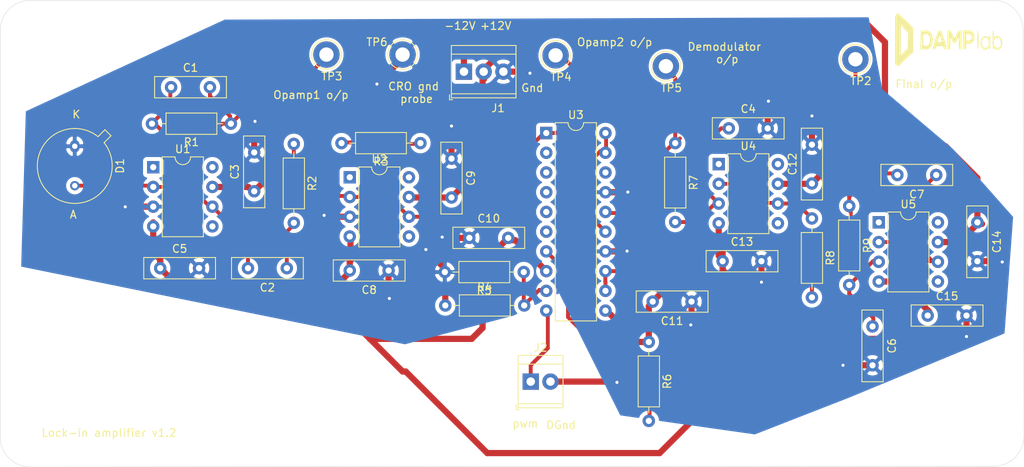
<source format=kicad_pcb>
(kicad_pcb (version 20171130) (host pcbnew "(5.1.2)-1")
  (layers (0 F.Cu signal) (31 B.Cu signal) (34 B.Paste user) (35 F.Paste user) (36 B.SilkS user) (37 F.SilkS user) (38 B.Mask user) (39 F.Mask user) (44 Edge.Cuts user))
  (net 0 "")
  (net 1 "Net-(C2-Pad1)")
  (net 2 -12V)
  (net 3 GND)
  (net 4 "Net-(C4-Pad1)")
  (net 5 +12V)
  (net 6 "Net-(C6-Pad1)")
  (net 7 "Net-(C7-Pad1)")
  (net 8 "Net-(C7-Pad2)")
  (net 9 "Net-(R4-Pad2)")
  (net 10 "Net-(R6-Pad2)")
  (net 11 "Net-(R7-Pad1)")
  (net 12 "Net-(R8-Pad1)")
  (net 13 "Net-(U2-Pad1)")
  (net 14 "Net-(U2-Pad5)")
  (net 15 "Net-(U2-Pad8)")
  (net 16 "Net-(U3-Pad2)")
  (net 17 "Net-(U3-Pad3)")
  (net 18 "Net-(U3-Pad4)")
  (net 19 "Net-(U3-Pad5)")
  (net 20 "Net-(U3-Pad6)")
  (net 21 "Net-(U3-Pad18)")
  (net 22 "Net-(U4-Pad8)")
  (net 23 "Net-(U4-Pad5)")
  (net 24 "Net-(U4-Pad1)")
  (net 25 "Net-(U5-Pad8)")
  (net 26 "Net-(U5-Pad5)")
  (net 27 "Net-(U5-Pad1)")
  (net 28 "Net-(C1-Pad1)")
  (net 29 "Net-(C1-Pad2)")
  (net 30 "Net-(U1-Pad1)")
  (net 31 "Net-(U1-Pad5)")
  (net 32 "Net-(U1-Pad8)")
  (net 33 "Net-(R2-Pad1)")
  (net 34 /pwm)
  (net 35 /demod_ip)
  (net 36 /Rf)
  (module Package_DIP:DIP-8_W7.62mm (layer F.Cu) (at 132.5 65.8)
    (fp_text reference U2 (at 3.81 -2.33) (layer F.SilkS))
    (fp_text value TL081)
    (pad 1 thru_hole rect (at 0 0) (size 1.6 1.6) (drill 0.8) (layers *.Cu *.Mask) (net 13 "Net-(U2-Pad1)"))
    (pad 5 thru_hole oval (at 7.62 7.62) (size 1.6 1.6) (drill 0.8) (layers *.Cu *.Mask) (net 14 "Net-(U2-Pad5)"))
    (pad 2 thru_hole oval (at 0 2.54) (size 1.6 1.6) (drill 0.8) (layers *.Cu *.Mask) (net 33 "Net-(R2-Pad1)"))
    (pad 6 thru_hole oval (at 7.62 5.08) (size 1.6 1.6) (drill 0.8) (layers *.Cu *.Mask) (net 35 /demod_ip))
    (pad 3 thru_hole oval (at 0 5.08) (size 1.6 1.6) (drill 0.8) (layers *.Cu *.Mask) (net 3 GND))
    (pad 7 thru_hole oval (at 7.62 2.54) (size 1.6 1.6) (drill 0.8) (layers *.Cu *.Mask) (net 5 +12V))
    (pad 4 thru_hole oval (at 0 7.62) (size 1.6 1.6) (drill 0.8) (layers *.Cu *.Mask) (net 2 -12V))
    (pad 8 thru_hole oval (at 7.62 0) (size 1.6 1.6) (drill 0.8) (layers *.Cu *.Mask) (net 15 "Net-(U2-Pad8)"))
  )
  (module Resistor_THT:R_Axial_DIN0207_L6.3mm_D2.5mm_P10.16mm_Horizontal (layer F.Cu) (at 125.3 61.5 270)
    (fp_text reference R2 (at 5.08 -2.37 90) (layer F.SilkS))
    (fp_text value 2.2k)
    (pad 1 thru_hole circle (at 0 0 270) (size 1.6 1.6) (drill 0.8) (layers *.Cu *.Mask) (net 33 "Net-(R2-Pad1)"))
    (pad 2 thru_hole oval (at 10.16 0 270) (size 1.6 1.6) (drill 0.8) (layers *.Cu *.Mask) (net 1 "Net-(C2-Pad1)"))
  )
  (module Resistor_THT:R_Axial_DIN0207_L6.3mm_D2.5mm_P10.16mm_Horizontal (layer F.Cu) (at 141.6 61.4 180)
    (fp_text reference R3 (at 5.08 -2.37) (layer F.SilkS))
    (fp_text value 220k)
    (pad 1 thru_hole circle (at 0 0 180) (size 1.6 1.6) (drill 0.8) (layers *.Cu *.Mask) (net 35 /demod_ip))
    (pad 2 thru_hole oval (at 10.16 0 180) (size 1.6 1.6) (drill 0.8) (layers *.Cu *.Mask) (net 33 "Net-(R2-Pad1)"))
  )
  (module Resistor_THT:R_Axial_DIN0207_L6.3mm_D2.5mm_P10.16mm_Horizontal (layer F.Cu) (at 144.8 82.3)
    (fp_text reference R4 (at 5.08 -2.37) (layer F.SilkS))
    (fp_text value 10k)
    (pad 1 thru_hole circle (at 0 0) (size 1.6 1.6) (drill 0.8) (layers *.Cu *.Mask) (net 5 +12V))
    (pad 2 thru_hole oval (at 10.16 0) (size 1.6 1.6) (drill 0.8) (layers *.Cu *.Mask) (net 9 "Net-(R4-Pad2)"))
  )
  (module Resistor_THT:R_Axial_DIN0207_L6.3mm_D2.5mm_P10.16mm_Horizontal (layer F.Cu) (at 154.9 78 180)
    (fp_text reference R5 (at 5.08 -2.37) (layer F.SilkS))
    (fp_text value 1k)
    (pad 2 thru_hole oval (at 10.16 0 180) (size 1.6 1.6) (drill 0.8) (layers *.Cu *.Mask) (net 3 GND))
    (pad 1 thru_hole circle (at 0 0 180) (size 1.6 1.6) (drill 0.8) (layers *.Cu *.Mask) (net 9 "Net-(R4-Pad2)"))
  )
  (module Resistor_THT:R_Axial_DIN0207_L6.3mm_D2.5mm_P10.16mm_Horizontal (layer F.Cu) (at 171 87 270)
    (fp_text reference R6 (at 5.08 -2.37 90) (layer F.SilkS))
    (fp_text value 10k)
    (pad 2 thru_hole oval (at 10.16 0 270) (size 1.6 1.6) (drill 0.8) (layers *.Cu *.Mask) (net 10 "Net-(R6-Pad2)"))
    (pad 1 thru_hole circle (at 0 0 270) (size 1.6 1.6) (drill 0.8) (layers *.Cu *.Mask) (net 5 +12V))
  )
  (module Resistor_THT:R_Axial_DIN0207_L6.3mm_D2.5mm_P10.16mm_Horizontal (layer F.Cu) (at 174.4 61.4 270)
    (fp_text reference R7 (at 5.08 -2.37 90) (layer F.SilkS))
    (fp_text value 72k)
    (pad 1 thru_hole circle (at 0 0 270) (size 1.6 1.6) (drill 0.8) (layers *.Cu *.Mask) (net 11 "Net-(R7-Pad1)"))
    (pad 2 thru_hole oval (at 10.16 0 270) (size 1.6 1.6) (drill 0.8) (layers *.Cu *.Mask) (net 4 "Net-(C4-Pad1)"))
  )
  (module Resistor_THT:R_Axial_DIN0207_L6.3mm_D2.5mm_P10.16mm_Horizontal (layer F.Cu) (at 192 71.1 270)
    (fp_text reference R8 (at 5.08 -2.37 90) (layer F.SilkS))
    (fp_text value 72k)
    (pad 2 thru_hole oval (at 10.16 0 270) (size 1.6 1.6) (drill 0.8) (layers *.Cu *.Mask) (net 8 "Net-(C7-Pad2)"))
    (pad 1 thru_hole circle (at 0 0 270) (size 1.6 1.6) (drill 0.8) (layers *.Cu *.Mask) (net 12 "Net-(R8-Pad1)"))
  )
  (module Resistor_THT:R_Axial_DIN0207_L6.3mm_D2.5mm_P10.16mm_Horizontal (layer F.Cu) (at 196.8 69.5 270)
    (fp_text reference R9 (at 5.08 -2.37 90) (layer F.SilkS))
    (fp_text value 72k)
    (pad 1 thru_hole circle (at 0 0 270) (size 1.6 1.6) (drill 0.8) (layers *.Cu *.Mask) (net 8 "Net-(C7-Pad2)"))
    (pad 2 thru_hole oval (at 10.16 0 270) (size 1.6 1.6) (drill 0.8) (layers *.Cu *.Mask) (net 6 "Net-(C6-Pad1)"))
  )
  (module TestPoint:TestPoint_Loop_D2.50mm_Drill1.85mm (layer F.Cu) (at 197.6 50.6)
    (fp_text reference TP2 (at 0.7 2.8) (layer F.SilkS))
    (fp_text value TestPoint)
    (pad 1 thru_hole circle (at 0 0) (size 3.4 3.4) (drill 1.85) (layers *.Cu *.Mask) (net 7 "Net-(C7-Pad1)"))
  )
  (module TestPoint:TestPoint_Loop_D2.50mm_Drill1.85mm (layer F.Cu) (at 159 50.1)
    (fp_text reference TP4 (at 0.7 2.8) (layer F.SilkS))
    (fp_text value TestPoint)
    (pad 1 thru_hole circle (at 0 0) (size 3.4 3.4) (drill 1.85) (layers *.Cu *.Mask) (net 35 /demod_ip))
  )
  (module TestPoint:TestPoint_Loop_D2.50mm_Drill1.85mm (layer F.Cu) (at 173.2 51.5)
    (fp_text reference TP5 (at 0.7 2.8) (layer F.SilkS))
    (fp_text value TestPoint)
    (pad 1 thru_hole circle (at 0 0) (size 3.4 3.4) (drill 1.85) (layers *.Cu *.Mask) (net 11 "Net-(R7-Pad1)"))
  )
  (module Package_DIP:DIP-20_W7.62mm (layer F.Cu) (at 157.8 60.1)
    (fp_text reference U3 (at 3.81 -2.33) (layer F.SilkS))
    (fp_text value AD630ARZ)
    (pad 1 thru_hole rect (at 0 0) (size 1.6 1.6) (drill 0.8) (layers *.Cu *.Mask) (net 35 /demod_ip))
    (pad 11 thru_hole oval (at 7.62 22.86) (size 1.6 1.6) (drill 0.8) (layers *.Cu *.Mask) (net 5 +12V))
    (pad 2 thru_hole oval (at 0 2.54) (size 1.6 1.6) (drill 0.8) (layers *.Cu *.Mask) (net 16 "Net-(U3-Pad2)"))
    (pad 12 thru_hole oval (at 7.62 20.32) (size 1.6 1.6) (drill 0.8) (layers *.Cu *.Mask) (net 11 "Net-(R7-Pad1)"))
    (pad 3 thru_hole oval (at 0 5.08) (size 1.6 1.6) (drill 0.8) (layers *.Cu *.Mask) (net 17 "Net-(U3-Pad3)"))
    (pad 13 thru_hole oval (at 7.62 17.78) (size 1.6 1.6) (drill 0.8) (layers *.Cu *.Mask) (net 11 "Net-(R7-Pad1)"))
    (pad 4 thru_hole oval (at 0 7.62) (size 1.6 1.6) (drill 0.8) (layers *.Cu *.Mask) (net 18 "Net-(U3-Pad4)"))
    (pad 14 thru_hole oval (at 7.62 15.24) (size 1.6 1.6) (drill 0.8) (layers *.Cu *.Mask) (net 3 GND))
    (pad 5 thru_hole oval (at 0 10.16) (size 1.6 1.6) (drill 0.8) (layers *.Cu *.Mask) (net 19 "Net-(U3-Pad5)"))
    (pad 15 thru_hole oval (at 7.62 12.7) (size 1.6 1.6) (drill 0.8) (layers *.Cu *.Mask) (net 36 /Rf))
    (pad 6 thru_hole oval (at 0 12.7) (size 1.6 1.6) (drill 0.8) (layers *.Cu *.Mask) (net 20 "Net-(U3-Pad6)"))
    (pad 16 thru_hole oval (at 7.62 10.16) (size 1.6 1.6) (drill 0.8) (layers *.Cu *.Mask) (net 35 /demod_ip))
    (pad 7 thru_hole oval (at 0 15.24) (size 1.6 1.6) (drill 0.8) (layers *.Cu *.Mask) (net 10 "Net-(R6-Pad2)"))
    (pad 17 thru_hole oval (at 7.62 7.62) (size 1.6 1.6) (drill 0.8) (layers *.Cu *.Mask) (net 3 GND))
    (pad 8 thru_hole oval (at 0 17.78) (size 1.6 1.6) (drill 0.8) (layers *.Cu *.Mask) (net 2 -12V))
    (pad 18 thru_hole oval (at 7.62 5.08) (size 1.6 1.6) (drill 0.8) (layers *.Cu *.Mask) (net 21 "Net-(U3-Pad18)"))
    (pad 9 thru_hole oval (at 0 20.32) (size 1.6 1.6) (drill 0.8) (layers *.Cu *.Mask) (net 9 "Net-(R4-Pad2)"))
    (pad 19 thru_hole oval (at 7.62 2.54) (size 1.6 1.6) (drill 0.8) (layers *.Cu *.Mask) (net 36 /Rf))
    (pad 10 thru_hole oval (at 0 22.86) (size 1.6 1.6) (drill 0.8) (layers *.Cu *.Mask) (net 34 /pwm))
    (pad 20 thru_hole oval (at 7.62 0) (size 1.6 1.6) (drill 0.8) (layers *.Cu *.Mask) (net 36 /Rf))
  )
  (module Package_DIP:DIP-8_W7.62mm (layer F.Cu) (at 180 64.1)
    (fp_text reference U4 (at 3.81 -2.33) (layer F.SilkS))
    (fp_text value TL081)
    (pad 8 thru_hole oval (at 7.62 0) (size 1.6 1.6) (drill 0.8) (layers *.Cu *.Mask) (net 22 "Net-(U4-Pad8)"))
    (pad 4 thru_hole oval (at 0 7.62) (size 1.6 1.6) (drill 0.8) (layers *.Cu *.Mask) (net 2 -12V))
    (pad 7 thru_hole oval (at 7.62 2.54) (size 1.6 1.6) (drill 0.8) (layers *.Cu *.Mask) (net 5 +12V))
    (pad 3 thru_hole oval (at 0 5.08) (size 1.6 1.6) (drill 0.8) (layers *.Cu *.Mask) (net 4 "Net-(C4-Pad1)"))
    (pad 6 thru_hole oval (at 7.62 5.08) (size 1.6 1.6) (drill 0.8) (layers *.Cu *.Mask) (net 12 "Net-(R8-Pad1)"))
    (pad 2 thru_hole oval (at 0 2.54) (size 1.6 1.6) (drill 0.8) (layers *.Cu *.Mask) (net 12 "Net-(R8-Pad1)"))
    (pad 5 thru_hole oval (at 7.62 7.62) (size 1.6 1.6) (drill 0.8) (layers *.Cu *.Mask) (net 23 "Net-(U4-Pad5)"))
    (pad 1 thru_hole rect (at 0 0) (size 1.6 1.6) (drill 0.8) (layers *.Cu *.Mask) (net 24 "Net-(U4-Pad1)"))
  )
  (module Package_DIP:DIP-8_W7.62mm (layer F.Cu) (at 200.6 71.6)
    (fp_text reference U5 (at 3.81 -2.33) (layer F.SilkS))
    (fp_text value TL081)
    (pad 8 thru_hole oval (at 7.62 0) (size 1.6 1.6) (drill 0.8) (layers *.Cu *.Mask) (net 25 "Net-(U5-Pad8)"))
    (pad 4 thru_hole oval (at 0 7.62) (size 1.6 1.6) (drill 0.8) (layers *.Cu *.Mask) (net 2 -12V))
    (pad 7 thru_hole oval (at 7.62 2.54) (size 1.6 1.6) (drill 0.8) (layers *.Cu *.Mask) (net 5 +12V))
    (pad 3 thru_hole oval (at 0 5.08) (size 1.6 1.6) (drill 0.8) (layers *.Cu *.Mask) (net 6 "Net-(C6-Pad1)"))
    (pad 6 thru_hole oval (at 7.62 5.08) (size 1.6 1.6) (drill 0.8) (layers *.Cu *.Mask) (net 7 "Net-(C7-Pad1)"))
    (pad 2 thru_hole oval (at 0 2.54) (size 1.6 1.6) (drill 0.8) (layers *.Cu *.Mask) (net 7 "Net-(C7-Pad1)"))
    (pad 5 thru_hole oval (at 7.62 7.62) (size 1.6 1.6) (drill 0.8) (layers *.Cu *.Mask) (net 26 "Net-(U5-Pad5)"))
    (pad 1 thru_hole rect (at 0 0) (size 1.6 1.6) (drill 0.8) (layers *.Cu *.Mask) (net 27 "Net-(U5-Pad1)"))
  )
  (module TestPoint:TestPoint_Loop_D2.50mm_Drill1.85mm (layer F.Cu) (at 139.3 50)
    (fp_text reference TP6 (at -3.3 -1.6) (layer F.SilkS))
    (fp_text value TestPoint)
    (pad 1 thru_hole circle (at 0 0) (size 3.4 3.4) (drill 1.85) (layers *.Cu *.Mask) (net 3 GND))
  )
  (module Capacitor_THT:C_Disc_D9.0mm_W2.5mm_P5.00mm (layer F.Cu) (at 124.4 77.5 180)
    (fp_text reference C2 (at 2.5 -2.5) (layer F.SilkS))
    (fp_text value 1u)
    (pad 2 thru_hole circle (at 5 0 180) (size 1.6 1.6) (drill 0.8) (layers *.Cu *.Mask) (net 29 "Net-(C1-Pad2)"))
    (pad 1 thru_hole circle (at 0 0 180) (size 1.6 1.6) (drill 0.8) (layers *.Cu *.Mask) (net 1 "Net-(C2-Pad1)"))
  )
  (module Capacitor_THT:C_Disc_D9.0mm_W2.5mm_P5.00mm (layer F.Cu) (at 181.3 59.5)
    (fp_text reference C4 (at 2.5 -2.5) (layer F.SilkS))
    (fp_text value 0.01u)
    (pad 2 thru_hole circle (at 5 0) (size 1.6 1.6) (drill 0.8) (layers *.Cu *.Mask) (net 3 GND))
    (pad 1 thru_hole circle (at 0 0) (size 1.6 1.6) (drill 0.8) (layers *.Cu *.Mask) (net 4 "Net-(C4-Pad1)"))
  )
  (module Capacitor_THT:C_Disc_D9.0mm_W2.5mm_P5.00mm (layer F.Cu) (at 199.8 85 270)
    (fp_text reference C6 (at 2.5 -2.5 90) (layer F.SilkS))
    (fp_text value 2n)
    (pad 2 thru_hole circle (at 5 0 270) (size 1.6 1.6) (drill 0.8) (layers *.Cu *.Mask) (net 3 GND))
    (pad 1 thru_hole circle (at 0 0 270) (size 1.6 1.6) (drill 0.8) (layers *.Cu *.Mask) (net 6 "Net-(C6-Pad1)"))
  )
  (module Capacitor_THT:C_Disc_D9.0mm_W2.5mm_P5.00mm (layer F.Cu) (at 208 65.5 180)
    (fp_text reference C7 (at 2.5 -2.5) (layer F.SilkS))
    (fp_text value 20n)
    (pad 1 thru_hole circle (at 0 0 180) (size 1.6 1.6) (drill 0.8) (layers *.Cu *.Mask) (net 7 "Net-(C7-Pad1)"))
    (pad 2 thru_hole circle (at 5 0 180) (size 1.6 1.6) (drill 0.8) (layers *.Cu *.Mask) (net 8 "Net-(C7-Pad2)"))
  )
  (module Capacitor_THT:C_Disc_D9.0mm_W2.5mm_P5.00mm (layer F.Cu) (at 137.5 77.8 180)
    (fp_text reference C8 (at 2.5 -2.5) (layer F.SilkS))
    (fp_text value 0.01u)
    (pad 1 thru_hole circle (at 0 0 180) (size 1.6 1.6) (drill 0.8) (layers *.Cu *.Mask) (net 3 GND))
    (pad 2 thru_hole circle (at 5 0 180) (size 1.6 1.6) (drill 0.8) (layers *.Cu *.Mask) (net 2 -12V))
  )
  (module Capacitor_THT:C_Disc_D9.0mm_W2.5mm_P5.00mm (layer F.Cu) (at 145.6 63.4 270)
    (fp_text reference C9 (at 2.5 -2.5 90) (layer F.SilkS))
    (fp_text value 0.01u)
    (pad 2 thru_hole circle (at 5 0 270) (size 1.6 1.6) (drill 0.8) (layers *.Cu *.Mask) (net 5 +12V))
    (pad 1 thru_hole circle (at 0 0 270) (size 1.6 1.6) (drill 0.8) (layers *.Cu *.Mask) (net 3 GND))
  )
  (module Capacitor_THT:C_Disc_D9.0mm_W2.5mm_P5.00mm (layer F.Cu) (at 147.9 73.6)
    (fp_text reference C10 (at 2.5 -2.5) (layer F.SilkS))
    (fp_text value 0.01u)
    (pad 2 thru_hole circle (at 5 0) (size 1.6 1.6) (drill 0.8) (layers *.Cu *.Mask) (net 2 -12V))
    (pad 1 thru_hole circle (at 0 0) (size 1.6 1.6) (drill 0.8) (layers *.Cu *.Mask) (net 3 GND))
  )
  (module Capacitor_THT:C_Disc_D9.0mm_W2.5mm_P5.00mm (layer F.Cu) (at 176.5 81.8 180)
    (fp_text reference C11 (at 2.5 -2.5) (layer F.SilkS))
    (fp_text value 0.01u)
    (pad 1 thru_hole circle (at 0 0 180) (size 1.6 1.6) (drill 0.8) (layers *.Cu *.Mask) (net 3 GND))
    (pad 2 thru_hole circle (at 5 0 180) (size 1.6 1.6) (drill 0.8) (layers *.Cu *.Mask) (net 5 +12V))
  )
  (module Capacitor_THT:C_Disc_D9.0mm_W2.5mm_P5.00mm (layer F.Cu) (at 192 66.6 90)
    (fp_text reference C12 (at 2.5 -2.5 90) (layer F.SilkS))
    (fp_text value 0.01u)
    (pad 1 thru_hole circle (at 0 0 90) (size 1.6 1.6) (drill 0.8) (layers *.Cu *.Mask) (net 5 +12V))
    (pad 2 thru_hole circle (at 5 0 90) (size 1.6 1.6) (drill 0.8) (layers *.Cu *.Mask) (net 3 GND))
  )
  (module Capacitor_THT:C_Disc_D9.0mm_W2.5mm_P5.00mm (layer F.Cu) (at 180.5 76.6)
    (fp_text reference C13 (at 2.5 -2.5) (layer F.SilkS))
    (fp_text value 0.01u)
    (pad 2 thru_hole circle (at 5 0) (size 1.6 1.6) (drill 0.8) (layers *.Cu *.Mask) (net 3 GND))
    (pad 1 thru_hole circle (at 0 0) (size 1.6 1.6) (drill 0.8) (layers *.Cu *.Mask) (net 2 -12V))
  )
  (module Capacitor_THT:C_Disc_D9.0mm_W2.5mm_P5.00mm (layer F.Cu) (at 213.3 71.6 270)
    (fp_text reference C14 (at 2.5 -2.5 90) (layer F.SilkS))
    (fp_text value 0.01u)
    (pad 1 thru_hole circle (at 0 0 270) (size 1.6 1.6) (drill 0.8) (layers *.Cu *.Mask) (net 5 +12V))
    (pad 2 thru_hole circle (at 5 0 270) (size 1.6 1.6) (drill 0.8) (layers *.Cu *.Mask) (net 3 GND))
  )
  (module Capacitor_THT:C_Disc_D9.0mm_W2.5mm_P5.00mm (layer F.Cu) (at 206.9 83.6)
    (fp_text reference C15 (at 2.5 -2.5) (layer F.SilkS))
    (fp_text value 0.01u)
    (pad 1 thru_hole circle (at 0 0) (size 1.6 1.6) (drill 0.8) (layers *.Cu *.Mask) (net 2 -12V))
    (pad 2 thru_hole circle (at 5 0) (size 1.6 1.6) (drill 0.8) (layers *.Cu *.Mask) (net 3 GND))
  )
  (module Capacitor_THT:C_Disc_D9.0mm_W2.5mm_P5.00mm (layer F.Cu) (at 109.5 54.2)
    (fp_text reference C1 (at 2.5 -2.5) (layer F.SilkS))
    (fp_text value 10p)
    (pad 1 thru_hole circle (at 0 0) (size 1.6 1.6) (drill 0.8) (layers *.Cu *.Mask) (net 28 "Net-(C1-Pad1)"))
    (pad 2 thru_hole circle (at 5 0) (size 1.6 1.6) (drill 0.8) (layers *.Cu *.Mask) (net 29 "Net-(C1-Pad2)"))
  )
  (module Capacitor_THT:C_Disc_D9.0mm_W2.5mm_P5.00mm (layer F.Cu) (at 120.2 67.6 90)
    (fp_text reference C3 (at 2.5 -2.5 90) (layer F.SilkS))
    (fp_text value 0.01u)
    (pad 1 thru_hole circle (at 0 0 90) (size 1.6 1.6) (drill 0.8) (layers *.Cu *.Mask) (net 5 +12V))
    (pad 2 thru_hole circle (at 5 0 90) (size 1.6 1.6) (drill 0.8) (layers *.Cu *.Mask) (net 3 GND))
  )
  (module Capacitor_THT:C_Disc_D9.0mm_W2.5mm_P5.00mm (layer F.Cu) (at 108.1 77.5)
    (fp_text reference C5 (at 2.5 -2.5) (layer F.SilkS))
    (fp_text value 0.01u)
    (pad 2 thru_hole circle (at 5 0) (size 1.6 1.6) (drill 0.8) (layers *.Cu *.Mask) (net 3 GND))
    (pad 1 thru_hole circle (at 0 0) (size 1.6 1.6) (drill 0.8) (layers *.Cu *.Mask) (net 2 -12V))
  )
  (module Package_TO_SOT_THT:TO-5-2_Window (layer F.Cu) (at 97.1 61.8 270)
    (fp_text reference D1 (at 2.54 -5.82 90) (layer F.SilkS))
    (fp_text value BPW21)
    (pad 1 thru_hole oval (at 0 0 270) (size 1.6 1.2) (drill 0.7) (layers *.Cu *.Mask) (net 3 GND))
    (pad 2 thru_hole oval (at 5.08 0 270) (size 1.2 1.2) (drill 0.7) (layers *.Cu *.Mask) (net 28 "Net-(C1-Pad1)"))
  )
  (module Resistor_THT:R_Axial_DIN0207_L6.3mm_D2.5mm_P10.16mm_Horizontal (layer F.Cu) (at 117.2 58.9 180)
    (fp_text reference R1 (at 5.08 -2.37) (layer F.SilkS))
    (fp_text value 1meg)
    (pad 1 thru_hole circle (at 0 0 180) (size 1.6 1.6) (drill 0.8) (layers *.Cu *.Mask) (net 29 "Net-(C1-Pad2)"))
    (pad 2 thru_hole oval (at 10.16 0 180) (size 1.6 1.6) (drill 0.8) (layers *.Cu *.Mask) (net 28 "Net-(C1-Pad1)"))
  )
  (module Package_DIP:DIP-8_W7.62mm (layer F.Cu) (at 107.2 64.5)
    (fp_text reference U1 (at 3.81 -2.33) (layer F.SilkS))
    (fp_text value TL081)
    (pad 1 thru_hole rect (at 0 0) (size 1.6 1.6) (drill 0.8) (layers *.Cu *.Mask) (net 30 "Net-(U1-Pad1)"))
    (pad 5 thru_hole oval (at 7.62 7.62) (size 1.6 1.6) (drill 0.8) (layers *.Cu *.Mask) (net 31 "Net-(U1-Pad5)"))
    (pad 2 thru_hole oval (at 0 2.54) (size 1.6 1.6) (drill 0.8) (layers *.Cu *.Mask) (net 28 "Net-(C1-Pad1)"))
    (pad 6 thru_hole oval (at 7.62 5.08) (size 1.6 1.6) (drill 0.8) (layers *.Cu *.Mask) (net 29 "Net-(C1-Pad2)"))
    (pad 3 thru_hole oval (at 0 5.08) (size 1.6 1.6) (drill 0.8) (layers *.Cu *.Mask) (net 3 GND))
    (pad 7 thru_hole oval (at 7.62 2.54) (size 1.6 1.6) (drill 0.8) (layers *.Cu *.Mask) (net 5 +12V))
    (pad 4 thru_hole oval (at 0 7.62) (size 1.6 1.6) (drill 0.8) (layers *.Cu *.Mask) (net 2 -12V))
    (pad 8 thru_hole oval (at 7.62 0) (size 1.6 1.6) (drill 0.8) (layers *.Cu *.Mask) (net 32 "Net-(U1-Pad8)"))
  )
  (module TestPoint:TestPoint_Loop_D2.50mm_Drill1.85mm (layer F.Cu) (at 129.5 50)
    (fp_text reference TP3 (at 0.7 2.8) (layer F.SilkS))
    (fp_text value TestPoint)
    (pad 1 thru_hole circle (at 0 0) (size 3.4 3.4) (drill 1.85) (layers *.Cu *.Mask) (net 29 "Net-(C1-Pad2)"))
  )
  (module TerminalBlock_TE-Connectivity:TerminalBlock_TE_282834-3_1x03_P2.54mm_Horizontal (layer F.Cu) (at 147.2 52.2)
    (fp_text reference J1 (at 4.4 4.7) (layer F.SilkS))
    (fp_text value Screw_Terminal_01x03)
    (pad 1 thru_hole rect (at 0 0) (size 2.1 2.1) (drill 1.1) (layers *.Cu *.Mask) (net 2 -12V))
    (pad 2 thru_hole circle (at 2.54 0) (size 2.1 2.1) (drill 1.1) (layers *.Cu *.Mask) (net 5 +12V))
    (pad 3 thru_hole circle (at 5.08 0) (size 2.1 2.1) (drill 1.1) (layers *.Cu *.Mask) (net 3 GND))
  )
  (module TerminalBlock_TE-Connectivity:TerminalBlock_TE_282834-2_1x02_P2.54mm_Horizontal (layer F.Cu) (at 155.8 92.1)
    (fp_text reference J2 (at 1.27 -4.37) (layer F.SilkS))
    (fp_text value Screw_Terminal_01x02)
    (pad 1 thru_hole rect (at 0 0) (size 2.1 2.1) (drill 1.1) (layers *.Cu *.Mask) (net 34 /pwm))
    (pad 2 thru_hole circle (at 2.54 0) (size 2.1 2.1) (drill 1.1) (layers *.Cu *.Mask) (net 3 GND))
  )
  (module rename:damp_logo (layer F.Cu) (at 209.6 48.1)
    (fp_text reference G1 hide)
    (fp_text value LOGO hide)
  )
  (gr_text "CRO gnd \nprobe" (at 141.1 54.9) (layer F.SilkS) (effects (font (size 1 1))))
  (gr_text "Final o/p" (at 206.4 53.8) (layer F.SilkS) (effects (font (size 1 1))))
  (gr_text "Demodulator \no/p" (at 181.1 49.8) (layer F.SilkS) (effects (font (size 1 1))))
  (gr_text "Opamp2 o/p" (at 166.6 48.4) (layer F.SilkS) (effects (font (size 1 1))))
  (gr_text "Opamp1 o/p" (at 127.5 55.2) (layer F.SilkS) (effects (font (size 1 1))))
  (gr_text DGnd (at 159.7 97.7) (layer F.SilkS) (effects (font (size 1 1))))
  (gr_text pwm (at 155.1 97.5) (layer F.SilkS) (effects (font (size 1 1))))
  (gr_text Gnd (at 156 54.3) (layer F.SilkS) (effects (font (size 1 1))))
  (gr_text +12V (at 151.3 46.3) (layer F.SilkS) (effects (font (size 1 1))))
  (gr_text -12V (at 146.7 46.3) (layer F.SilkS) (effects (font (size 1 1))))
  (gr_text K (at 97.3 57.7) (layer F.SilkS) (effects (font (size 1 1))))
  (gr_text A (at 96.9 70.6) (layer F.SilkS) (effects (font (size 1 1))))
  (gr_text "Lock-in amplifier v1.2" (at 101.5 98.7) (layer F.SilkS) (effects (font (size 1 1))))
  (gr_line (start 215.3 43) (end 91.4 43) (layer Edge.Cuts) (width 0.05))
  (gr_line (start 219.3 99.1) (end 219.2 46.9) (layer Edge.Cuts) (width 0.05))
  (gr_line (start 91.4 103.1) (end 215.4 103) (layer Edge.Cuts) (width 0.05))
  (gr_line (start 87.5 46.9) (end 87.5 99.2) (layer Edge.Cuts) (width 0.05))
  (gr_arc (start 215.3 46.9) (end 219.2 46.9) (angle -90) (layer Edge.Cuts) (width 0.05))
  (gr_arc (start 215.4 99.1) (end 215.4 103) (angle -90) (layer Edge.Cuts) (width 0.05))
  (gr_arc (start 91.4 99.2) (end 87.5 99.2) (angle -90) (layer Edge.Cuts) (width 0.05))
  (gr_arc (start 91.4 46.9) (end 91.4 43) (angle -90) (layer Edge.Cuts) (width 0.05))
  (segment (start 124.4 72.8) (end 125.6 71.6) (width 0.5) (layer F.Cu) (net 1))
  (segment (start 124.4 77.5) (end 124.4 72.8) (width 0.5) (layer F.Cu) (net 1))
  (segment (start 108.1 76.36863) (end 107.2 75.46863) (width 0.8) (layer F.Cu) (net 2))
  (segment (start 108.1 77.5) (end 108.1 76.36863) (width 0.8) (layer F.Cu) (net 2))
  (segment (start 107.2 75.46863) (end 107.2 71.6) (width 0.8) (layer F.Cu) (net 2))
  (segment (start 132.5 76.66863) (end 132.6 76.56863) (width 0.8) (layer F.Cu) (net 2))
  (segment (start 132.5 77.8) (end 132.5 76.66863) (width 0.8) (layer F.Cu) (net 2))
  (segment (start 132.6 76.56863) (end 132.6 73.3) (width 0.8) (layer F.Cu) (net 2))
  (segment (start 157.8 77.88) (end 153.82 73.9) (width 0.8) (layer F.Cu) (net 2))
  (segment (start 153.82 73.9) (end 153.1 73.9) (width 0.8) (layer F.Cu) (net 2))
  (segment (start 108.1 77.5) (end 108.1 74.9) (width 0.8) (layer F.Cu) (net 2))
  (segment (start 108.1 74.9) (end 111.5 71.5) (width 0.8) (layer F.Cu) (net 2))
  (segment (start 111.5 71.5) (end 111.5 52) (width 0.8) (layer F.Cu) (net 2))
  (segment (start 111.5 52) (end 117.2 46.3) (width 0.8) (layer F.Cu) (net 2))
  (segment (start 117.2 46.3) (end 143.3 46.3) (width 0.8) (layer F.Cu) (net 2))
  (segment (start 147.2 50.2) (end 147.2 52.2) (width 0.8) (layer F.Cu) (net 2))
  (segment (start 143.3 46.3) (end 147.2 50.2) (width 0.8) (layer F.Cu) (net 2))
  (segment (start 147.2 52.2) (end 147.3 52.3) (width 0.8) (layer F.Cu) (net 2))
  (segment (start 108.1 77.5) (end 110.9 80.3) (width 0.8) (layer F.Cu) (net 2))
  (segment (start 130.2 80.3) (end 132.6 77.9) (width 0.8) (layer F.Cu) (net 2))
  (segment (start 152.9 73.6) (end 149.6 76.9) (width 0.8) (layer F.Cu) (net 2))
  (segment (start 149.6 76.9) (end 149.6 85.2) (width 0.8) (layer F.Cu) (net 2))
  (segment (start 149.6 85.2) (end 148.2 86.6) (width 0.8) (layer F.Cu) (net 2))
  (segment (start 135.1 86.6) (end 128.8 80.3) (width 0.8) (layer F.Cu) (net 2))
  (segment (start 110.9 80.3) (end 128.8 80.3) (width 0.8) (layer F.Cu) (net 2))
  (segment (start 128.8 80.3) (end 130.2 80.3) (width 0.8) (layer F.Cu) (net 2))
  (segment (start 200.6 79.22) (end 203.22 79.22) (width 0.8) (layer F.Cu) (net 2))
  (segment (start 139.7 86.6) (end 135.1 86.6) (width 0.8) (layer F.Cu) (net 2))
  (segment (start 148.2 86.6) (end 139.7 86.6) (width 0.8) (layer F.Cu) (net 2))
  (segment (start 203.95 83.218002) (end 203.95 79.95) (width 0.8) (layer F.Cu) (net 2))
  (segment (start 200.568001 86.600001) (end 203.95 83.218002) (width 0.8) (layer F.Cu) (net 2))
  (segment (start 180.5 77.73137) (end 189.368631 86.600001) (width 0.8) (layer F.Cu) (net 2))
  (segment (start 180.5 76.6) (end 180.5 77.73137) (width 0.8) (layer F.Cu) (net 2))
  (segment (start 189.368631 86.600001) (end 200.568001 86.600001) (width 0.8) (layer F.Cu) (net 2))
  (segment (start 203.95 79.95) (end 207.1 83.1) (width 0.8) (layer F.Cu) (net 2))
  (segment (start 203.22 79.22) (end 203.95 79.95) (width 0.8) (layer F.Cu) (net 2))
  (segment (start 139.3 90.8) (end 135.1 86.6) (width 0.8) (layer F.Cu) (net 2))
  (segment (start 139.7 90.8) (end 139.3 90.8) (width 0.8) (layer F.Cu) (net 2))
  (segment (start 150.2 101.3) (end 139.7 90.8) (width 0.8) (layer F.Cu) (net 2))
  (segment (start 172.4 101.3) (end 150.2 101.3) (width 0.8) (layer F.Cu) (net 2))
  (segment (start 180.5 76.6) (end 180.5 93.2) (width 0.8) (layer F.Cu) (net 2))
  (segment (start 180.5 93.2) (end 172.4 101.3) (width 0.8) (layer F.Cu) (net 2))
  (segment (start 180.33137 75.3) (end 180 75.3) (width 0.8) (layer F.Cu) (net 2))
  (segment (start 180.5 75.46863) (end 180.33137 75.3) (width 0.8) (layer F.Cu) (net 2))
  (segment (start 180.5 76.6) (end 180.5 75.46863) (width 0.8) (layer F.Cu) (net 2))
  (segment (start 180 71.72) (end 180 75.3) (width 0.8) (layer F.Cu) (net 2))
  (segment (start 180 75.3) (end 180 75.9) (width 0.8) (layer F.Cu) (net 2))
  (via (at 103.6 69.6) (size 0.8) (drill 0.4) (layers F.Cu B.Cu) (net 3))
  (via (at 129.2 70.7) (size 0.8) (drill 0.4) (layers F.Cu B.Cu) (net 3))
  (via (at 145.6 59.2) (size 0.8) (drill 0.4) (layers F.Cu B.Cu) (net 3))
  (via (at 137.6 81.4) (size 0.8) (drill 0.4) (layers F.Cu B.Cu) (net 3))
  (via (at 144.4 73.5) (size 0.8) (drill 0.4) (layers F.Cu B.Cu) (net 3))
  (via (at 120.3 58.6) (size 0.8) (drill 0.4) (layers F.Cu B.Cu) (net 3))
  (via (at 176.4 84.8) (size 0.8) (drill 0.4) (layers F.Cu B.Cu) (net 3))
  (via (at 168.3 67.7) (size 0.8) (drill 0.4) (layers F.Cu B.Cu) (net 3))
  (via (at 168.2 75.3) (size 0.8) (drill 0.4) (layers F.Cu B.Cu) (net 3))
  (via (at 186.4 56) (size 0.8) (drill 0.4) (layers F.Cu B.Cu) (net 3))
  (via (at 192 57.9) (size 0.8) (drill 0.4) (layers F.Cu B.Cu) (net 3))
  (via (at 196 90) (size 0.8) (drill 0.4) (layers F.Cu B.Cu) (net 3))
  (via (at 211.9 86.3) (size 0.8) (drill 0.4) (layers F.Cu B.Cu) (net 3))
  (via (at 216.5 76.7) (size 0.8) (drill 0.4) (layers F.Cu B.Cu) (net 3))
  (via (at 155.7 52.4) (size 0.8) (drill 0.4) (layers F.Cu B.Cu) (net 3))
  (via (at 185.5 79.3) (size 0.8) (drill 0.4) (layers F.Cu B.Cu) (net 3))
  (segment (start 103.62 69.58) (end 103.6 69.6) (width 0.8) (layer F.Cu) (net 3))
  (segment (start 107.2 69.58) (end 103.62 69.58) (width 0.8) (layer F.Cu) (net 3))
  (segment (start 120.2 58.7) (end 120.3 58.6) (width 0.8) (layer F.Cu) (net 3))
  (segment (start 120.2 62.6) (end 120.2 58.7) (width 0.8) (layer F.Cu) (net 3))
  (segment (start 132.5 70.88) (end 129.08 70.88) (width 0.8) (layer F.Cu) (net 3))
  (segment (start 129.08 70.88) (end 128.8 70.6) (width 0.8) (layer F.Cu) (net 3))
  (segment (start 145.6 63.4) (end 145.6 59.2) (width 0.8) (layer F.Cu) (net 3))
  (segment (start 144.5 73.6) (end 144.4 73.5) (width 0.8) (layer F.Cu) (net 3))
  (segment (start 147.9 73.6) (end 144.5 73.6) (width 0.8) (layer F.Cu) (net 3))
  (segment (start 137.5 81.3) (end 137.6 81.4) (width 0.8) (layer F.Cu) (net 3))
  (segment (start 137.5 77.8) (end 137.5 81.3) (width 0.8) (layer F.Cu) (net 3))
  (segment (start 168.28 67.72) (end 168.3 67.7) (width 0.8) (layer F.Cu) (net 3))
  (segment (start 165.42 67.72) (end 168.28 67.72) (width 0.8) (layer F.Cu) (net 3))
  (segment (start 168.16 75.34) (end 168.2 75.3) (width 0.8) (layer F.Cu) (net 3))
  (segment (start 165.42 75.34) (end 168.16 75.34) (width 0.8) (layer F.Cu) (net 3))
  (segment (start 176.5 84.7) (end 176.4 84.8) (width 0.8) (layer F.Cu) (net 3))
  (segment (start 176.5 81.8) (end 176.5 84.7) (width 0.8) (layer F.Cu) (net 3))
  (segment (start 185.5 76.6) (end 185.5 79.3) (width 0.8) (layer F.Cu) (net 3))
  (segment (start 186.3 56.1) (end 186.4 56) (width 0.8) (layer F.Cu) (net 3))
  (segment (start 186.3 59.5) (end 186.3 56.1) (width 0.8) (layer F.Cu) (net 3))
  (segment (start 192 61.6) (end 192 57.9) (width 0.8) (layer F.Cu) (net 3))
  (segment (start 199.8 90) (end 196 90) (width 0.8) (layer F.Cu) (net 3))
  (segment (start 211.9 83.6) (end 211.9 86.3) (width 0.8) (layer F.Cu) (net 3))
  (segment (start 216.4 76.6) (end 216.5 76.7) (width 0.8) (layer F.Cu) (net 3))
  (segment (start 213.3 76.6) (end 216.4 76.6) (width 0.8) (layer F.Cu) (net 3))
  (segment (start 155.5 52.2) (end 155.7 52.4) (width 0.8) (layer F.Cu) (net 3))
  (segment (start 152.28 52.2) (end 155.5 52.2) (width 0.8) (layer F.Cu) (net 3))
  (via (at 136 53.8) (size 0.8) (drill 0.4) (layers F.Cu B.Cu) (net 3))
  (segment (start 139.3 50.5) (end 136 53.8) (width 0.8) (layer F.Cu) (net 3))
  (segment (start 139.3 50) (end 139.3 50.5) (width 0.8) (layer F.Cu) (net 3))
  (via (at 142.3 75.1) (size 0.8) (drill 0.4) (layers F.Cu B.Cu) (net 3))
  (segment (start 144.74 77.54) (end 142.3 75.1) (width 0.8) (layer F.Cu) (net 3))
  (segment (start 144.74 78) (end 144.74 77.54) (width 0.8) (layer F.Cu) (net 3))
  (via (at 166.9 92.2) (size 0.8) (drill 0.4) (layers F.Cu B.Cu) (net 3))
  (segment (start 166.8 92.1) (end 166.9 92.2) (width 0.8) (layer F.Cu) (net 3))
  (segment (start 158.34 92.1) (end 166.8 92.1) (width 0.8) (layer F.Cu) (net 3))
  (segment (start 180 69.18) (end 178 67.18) (width 0.5) (layer F.Cu) (net 4))
  (segment (start 178 67.18) (end 178 61.8) (width 0.5) (layer F.Cu) (net 4))
  (segment (start 178 61.8) (end 180.3 59.5) (width 0.5) (layer F.Cu) (net 4))
  (segment (start 180.3 59.5) (end 181.4 59.5) (width 0.5) (layer F.Cu) (net 4))
  (segment (start 174.4 71.56) (end 177.14 71.56) (width 0.5) (layer F.Cu) (net 4))
  (segment (start 177.14 71.56) (end 179.6 69.1) (width 0.5) (layer F.Cu) (net 4))
  (segment (start 114.82 67.04) (end 119.44 67.04) (width 0.8) (layer F.Cu) (net 5))
  (segment (start 119.44 67.04) (end 120.1 67.7) (width 0.8) (layer F.Cu) (net 5))
  (segment (start 145.6 68.4) (end 140.4 68.4) (width 0.8) (layer F.Cu) (net 5))
  (segment (start 140.4 68.4) (end 140.1 68.1) (width 0.8) (layer F.Cu) (net 5))
  (segment (start 120.2 67.6) (end 122.3 65.5) (width 0.8) (layer F.Cu) (net 5))
  (segment (start 122.3 65.5) (end 122.3 60.3) (width 0.8) (layer F.Cu) (net 5))
  (segment (start 122.3 60.3) (end 125.2 57.4) (width 0.8) (layer F.Cu) (net 5))
  (segment (start 149.8 53.140002) (end 149.8 51.7) (width 0.8) (layer F.Cu) (net 5))
  (segment (start 145.540002 57.4) (end 147 57.4) (width 0.8) (layer F.Cu) (net 5))
  (segment (start 149.6 54.8) (end 149.6 52.2) (width 0.8) (layer F.Cu) (net 5))
  (segment (start 145.6 68.4) (end 149.1 64.9) (width 0.8) (layer F.Cu) (net 5))
  (segment (start 149.1 56.3) (end 148.6 55.8) (width 0.8) (layer F.Cu) (net 5))
  (segment (start 149.1 64.9) (end 149.1 56.3) (width 0.8) (layer F.Cu) (net 5))
  (segment (start 147 57.4) (end 148.6 55.8) (width 0.8) (layer F.Cu) (net 5))
  (segment (start 148.6 55.8) (end 149.6 54.8) (width 0.8) (layer F.Cu) (net 5))
  (segment (start 187.62 66.64) (end 191.96 66.64) (width 0.8) (layer F.Cu) (net 5))
  (segment (start 155 46.7) (end 149.7 52) (width 0.8) (layer F.Cu) (net 5))
  (segment (start 208.22 74.14) (end 210.96 74.14) (width 0.8) (layer F.Cu) (net 5))
  (segment (start 186.55 47.35) (end 185.9 46.7) (width 0.8) (layer F.Cu) (net 5))
  (segment (start 195.099999 63.500001) (end 195.099999 60.100001) (width 0.8) (layer F.Cu) (net 5))
  (segment (start 195.099999 60.100001) (end 195.099999 55.899999) (width 0.8) (layer F.Cu) (net 5))
  (segment (start 188.7 49.5) (end 192.2 49.5) (width 0.8) (layer F.Cu) (net 5))
  (segment (start 188.7 49.5) (end 186.55 47.35) (width 0.8) (layer F.Cu) (net 5))
  (segment (start 192.2 49.5) (end 195.7 46) (width 0.8) (layer F.Cu) (net 5))
  (segment (start 195.7 46) (end 199 46) (width 0.8) (layer F.Cu) (net 5))
  (segment (start 199 46) (end 201.4 48.4) (width 0.8) (layer F.Cu) (net 5))
  (segment (start 201.4 48.4) (end 201.4 54.3) (width 0.8) (layer F.Cu) (net 5))
  (segment (start 201.4 54.3) (end 201.4 60.4) (width 0.8) (layer F.Cu) (net 5))
  (segment (start 201.4 60.4) (end 202.9 61.9) (width 0.8) (layer F.Cu) (net 5))
  (segment (start 202.9 61.9) (end 203 61.8) (width 0.8) (layer F.Cu) (net 5))
  (segment (start 203 61.8) (end 209.2 61.8) (width 0.8) (layer F.Cu) (net 5))
  (segment (start 213.3 65.9) (end 213.3 71.2) (width 0.8) (layer F.Cu) (net 5))
  (segment (start 213.3 71.2) (end 213.9 71.8) (width 0.8) (layer F.Cu) (net 5))
  (segment (start 211.5 73.6) (end 213.5 71.6) (width 0.8) (layer F.Cu) (net 5))
  (segment (start 210.96 74.14) (end 211.5 73.6) (width 0.8) (layer F.Cu) (net 5))
  (segment (start 209.2 61.8) (end 212.7 65.3) (width 0.8) (layer F.Cu) (net 5))
  (segment (start 212.7 65.3) (end 213.3 65.9) (width 0.8) (layer F.Cu) (net 5))
  (segment (start 171 87) (end 169.6 87) (width 0.8) (layer F.Cu) (net 5))
  (segment (start 169.6 87) (end 165.5 82.9) (width 0.8) (layer F.Cu) (net 5))
  (segment (start 194.6 64) (end 195.099999 63.500001) (width 0.8) (layer F.Cu) (net 5))
  (segment (start 192 66.6) (end 194.6 64) (width 0.8) (layer F.Cu) (net 5))
  (segment (start 144.8 82.3) (end 144.8 80.7) (width 0.8) (layer F.Cu) (net 5))
  (segment (start 144.8 80.7) (end 136.4 72.3) (width 0.8) (layer F.Cu) (net 5))
  (segment (start 136.4 57.7) (end 136.1 57.4) (width 0.8) (layer F.Cu) (net 5))
  (segment (start 136.4 72.3) (end 136.4 57.7) (width 0.8) (layer F.Cu) (net 5))
  (segment (start 125.2 57.4) (end 136.1 57.4) (width 0.8) (layer F.Cu) (net 5))
  (segment (start 136.1 57.4) (end 145.540002 57.4) (width 0.8) (layer F.Cu) (net 5))
  (segment (start 171 87) (end 171 82.4) (width 0.8) (layer F.Cu) (net 5))
  (segment (start 171 82.4) (end 171.8 81.6) (width 0.8) (layer F.Cu) (net 5))
  (segment (start 171.5 81.8) (end 172.6 80.7) (width 0.8) (layer F.Cu) (net 5))
  (segment (start 172.6 80.7) (end 172.6 67.2) (width 0.8) (layer F.Cu) (net 5))
  (segment (start 172.6 67.2) (end 176.94999 62.85001) (width 0.8) (layer F.Cu) (net 5))
  (segment (start 185.9 46.7) (end 185.1 46.7) (width 0.8) (layer F.Cu) (net 5))
  (segment (start 185.1 46.7) (end 155 46.7) (width 0.8) (layer F.Cu) (net 5))
  (segment (start 176.94999 62.85001) (end 176.94999 58.45001) (width 0.8) (layer F.Cu) (net 5))
  (segment (start 183.75 51.65) (end 190.85 51.65) (width 0.8) (layer F.Cu) (net 5))
  (segment (start 176.94999 58.45001) (end 183.75 51.65) (width 0.8) (layer F.Cu) (net 5))
  (segment (start 195.099999 55.899999) (end 190.85 51.65) (width 0.8) (layer F.Cu) (net 5))
  (segment (start 190.85 51.65) (end 188.7 49.5) (width 0.8) (layer F.Cu) (net 5))
  (segment (start 196.8 79.66) (end 199.86 76.6) (width 0.5) (layer F.Cu) (net 6))
  (segment (start 199.86 76.6) (end 200.5 76.6) (width 0.5) (layer F.Cu) (net 6))
  (segment (start 196.8 80.79137) (end 199.9 83.89137) (width 0.5) (layer F.Cu) (net 6))
  (segment (start 196.8 79.66) (end 196.8 80.79137) (width 0.5) (layer F.Cu) (net 6))
  (segment (start 199.9 83.89137) (end 199.9 84.9) (width 0.5) (layer F.Cu) (net 6))
  (segment (start 200.6 74.14) (end 202.94 74.14) (width 0.5) (layer F.Cu) (net 7))
  (segment (start 202.94 74.14) (end 205.4 76.6) (width 0.5) (layer F.Cu) (net 7))
  (segment (start 204.5 73.6) (end 207.5 76.6) (width 0.5) (layer F.Cu) (net 7))
  (segment (start 204.5 69) (end 204.5 73.6) (width 0.5) (layer F.Cu) (net 7))
  (segment (start 205.4 76.6) (end 207.5 76.6) (width 0.5) (layer F.Cu) (net 7))
  (segment (start 207.5 76.6) (end 208.4 76.6) (width 0.5) (layer F.Cu) (net 7))
  (segment (start 197.6 50.6) (end 197.6 60) (width 0.5) (layer F.Cu) (net 7))
  (segment (start 197.6 60) (end 201.2 63.6) (width 0.5) (layer F.Cu) (net 7))
  (segment (start 201.2 63.6) (end 204.5 63.6) (width 0.5) (layer F.Cu) (net 7))
  (segment (start 204.5 63.6) (end 205.6 64.7) (width 0.5) (layer F.Cu) (net 7))
  (segment (start 205.6 67.6) (end 205.75 67.75) (width 0.5) (layer F.Cu) (net 7))
  (segment (start 205.6 64.7) (end 205.6 67.6) (width 0.5) (layer F.Cu) (net 7))
  (segment (start 208 65.5) (end 205.75 67.75) (width 0.5) (layer F.Cu) (net 7))
  (segment (start 205.75 67.75) (end 204.5 69) (width 0.5) (layer F.Cu) (net 7))
  (segment (start 192 81.26) (end 192 76.1) (width 0.5) (layer F.Cu) (net 8))
  (segment (start 192 76.1) (end 197 71.1) (width 0.5) (layer F.Cu) (net 8))
  (segment (start 197 71.1) (end 197 69.7) (width 0.5) (layer F.Cu) (net 8))
  (segment (start 196.8 69.5) (end 196.8 68.3) (width 0.5) (layer F.Cu) (net 8))
  (segment (start 196.8 68.3) (end 199.8 65.3) (width 0.5) (layer F.Cu) (net 8))
  (segment (start 199.8 65.3) (end 203 65.3) (width 0.5) (layer F.Cu) (net 8))
  (segment (start 154.9 78) (end 154.9 82.3) (width 0.5) (layer F.Cu) (net 9))
  (segment (start 154.9 82.3) (end 156.9 80.3) (width 0.5) (layer F.Cu) (net 9))
  (segment (start 156.9 80.3) (end 157.9 80.3) (width 0.5) (layer F.Cu) (net 9))
  (segment (start 160.6 78.14) (end 160.6 83.8) (width 0.5) (layer F.Cu) (net 10))
  (segment (start 157.8 75.34) (end 160.6 78.14) (width 0.5) (layer F.Cu) (net 10))
  (segment (start 160.6 83.8) (end 171.1 94.3) (width 0.5) (layer F.Cu) (net 10))
  (segment (start 171.1 94.3) (end 171.1 97) (width 0.5) (layer F.Cu) (net 10))
  (segment (start 165.42 79.28863) (end 165.4 79.26863) (width 0.5) (layer F.Cu) (net 11))
  (segment (start 165.42 80.42) (end 165.42 79.28863) (width 0.5) (layer F.Cu) (net 11))
  (segment (start 165.4 79.26863) (end 165.4 77.7) (width 0.5) (layer F.Cu) (net 11))
  (segment (start 174.6 61.2) (end 175 60.8) (width 0.5) (layer F.Cu) (net 11))
  (segment (start 167.026002 77.88) (end 168.006002 76.9) (width 0.5) (layer F.Cu) (net 11))
  (segment (start 165.42 77.88) (end 167.026002 77.88) (width 0.5) (layer F.Cu) (net 11))
  (segment (start 168.006002 76.9) (end 168.9 76.9) (width 0.5) (layer F.Cu) (net 11))
  (segment (start 168.9 76.9) (end 171.1 74.7) (width 0.5) (layer F.Cu) (net 11))
  (segment (start 171.1 74.7) (end 171.1 64.5) (width 0.5) (layer F.Cu) (net 11))
  (segment (start 171.1 64.5) (end 174.5 61.1) (width 0.5) (layer F.Cu) (net 11))
  (segment (start 174.4 61.4) (end 174.4 53) (width 0.5) (layer F.Cu) (net 11))
  (segment (start 174.4 53) (end 173.2 51.8) (width 0.5) (layer F.Cu) (net 11))
  (segment (start 180 66.64) (end 183.54 66.64) (width 0.5) (layer F.Cu) (net 12))
  (segment (start 183.54 66.64) (end 186 69.1) (width 0.5) (layer F.Cu) (net 12))
  (segment (start 186 69.1) (end 187.7 69.1) (width 0.5) (layer F.Cu) (net 12))
  (segment (start 190.08 69.18) (end 192.1 71.2) (width 0.5) (layer F.Cu) (net 12))
  (segment (start 187.62 69.18) (end 190.08 69.18) (width 0.5) (layer F.Cu) (net 12))
  (segment (start 192.1 71.2) (end 192.2 71.2) (width 0.5) (layer F.Cu) (net 12))
  (segment (start 97.1 66.88) (end 107.18 66.88) (width 0.5) (layer F.Cu) (net 28))
  (segment (start 107.18 66.88) (end 107.4 67.1) (width 0.5) (layer F.Cu) (net 28))
  (segment (start 107.2 67.04) (end 108.96 67.04) (width 0.5) (layer F.Cu) (net 28))
  (segment (start 108.96 67.04) (end 110.1 65.9) (width 0.5) (layer F.Cu) (net 28))
  (segment (start 110.1 65.9) (end 110.1 61.6) (width 0.5) (layer F.Cu) (net 28))
  (segment (start 110.1 61.6) (end 107.2 58.7) (width 0.5) (layer F.Cu) (net 28))
  (segment (start 107.2 58.7) (end 109.4 56.5) (width 0.5) (layer F.Cu) (net 28))
  (segment (start 109.4 56.5) (end 109.4 53.9) (width 0.5) (layer F.Cu) (net 28))
  (segment (start 114.5 55.33137) (end 117.1 57.93137) (width 0.5) (layer F.Cu) (net 29))
  (segment (start 114.5 54.2) (end 114.5 55.33137) (width 0.5) (layer F.Cu) (net 29))
  (segment (start 117.1 57.93137) (end 117.1 58.8) (width 0.5) (layer F.Cu) (net 29))
  (segment (start 116.06863 58.9) (end 112.8 62.16863) (width 0.5) (layer F.Cu) (net 29))
  (segment (start 117.2 58.9) (end 116.06863 58.9) (width 0.5) (layer F.Cu) (net 29))
  (segment (start 112.8 62.16863) (end 112.8 67.9) (width 0.5) (layer F.Cu) (net 29))
  (segment (start 112.8 67.9) (end 114.7 69.8) (width 0.5) (layer F.Cu) (net 29))
  (segment (start 114.82 69.58) (end 119.4 74.16) (width 0.5) (layer F.Cu) (net 29))
  (segment (start 119.4 76.36863) (end 119.4 77.5) (width 0.5) (layer F.Cu) (net 29))
  (segment (start 119.4 74.16) (end 119.4 76.36863) (width 0.5) (layer F.Cu) (net 29))
  (segment (start 124.3 51.8) (end 128 51.8) (width 0.5) (layer F.Cu) (net 29))
  (segment (start 117.2 58.9) (end 124.3 51.8) (width 0.5) (layer F.Cu) (net 29))
  (segment (start 128 51.8) (end 129.9 49.9) (width 0.5) (layer F.Cu) (net 29))
  (segment (start 125.3 61.5) (end 125.3 65.3) (width 0.5) (layer F.Cu) (net 33))
  (segment (start 125.3 65.3) (end 128.2 68.2) (width 0.5) (layer F.Cu) (net 33))
  (segment (start 128.2 68.2) (end 132.4 68.2) (width 0.5) (layer F.Cu) (net 33))
  (segment (start 133.63137 68.34) (end 134.9 67.07137) (width 0.5) (layer F.Cu) (net 33))
  (segment (start 132.5 68.34) (end 133.63137 68.34) (width 0.5) (layer F.Cu) (net 33))
  (segment (start 134.9 67.07137) (end 134.9 63.1) (width 0.5) (layer F.Cu) (net 33))
  (segment (start 134.9 63.1) (end 133.1 61.3) (width 0.5) (layer F.Cu) (net 33))
  (segment (start 133.1 61.3) (end 131.5 61.3) (width 0.5) (layer F.Cu) (net 33))
  (segment (start 155.8 92.1) (end 155.8 90) (width 0.5) (layer F.Cu) (net 34))
  (segment (start 155.8 90) (end 158 87.8) (width 0.5) (layer F.Cu) (net 34))
  (segment (start 158 87.8) (end 158 82.6) (width 0.5) (layer F.Cu) (net 34))
  (segment (start 138.669999 69.429999) (end 138.669999 69.369999) (width 0.5) (layer F.Cu) (net 35))
  (segment (start 140.12 70.88) (end 138.669999 69.429999) (width 0.5) (layer F.Cu) (net 35))
  (segment (start 138.669999 69.369999) (end 137.7 68.4) (width 0.5) (layer F.Cu) (net 35))
  (segment (start 137.7 68.4) (end 137.7 63.2) (width 0.5) (layer F.Cu) (net 35))
  (segment (start 137.7 63.2) (end 139.4 61.5) (width 0.5) (layer F.Cu) (net 35))
  (segment (start 139.4 61.5) (end 141.6 61.5) (width 0.5) (layer F.Cu) (net 35))
  (segment (start 151.72 70.88) (end 155.6 67) (width 0.5) (layer F.Cu) (net 35))
  (segment (start 155.6 67) (end 155.6 62) (width 0.5) (layer F.Cu) (net 35))
  (segment (start 155.6 62) (end 157.6 60) (width 0.5) (layer F.Cu) (net 35))
  (segment (start 159.1 60.1) (end 162 57.2) (width 0.5) (layer F.Cu) (net 35))
  (segment (start 157.8 60.1) (end 159.1 60.1) (width 0.5) (layer F.Cu) (net 35))
  (segment (start 162 57.2) (end 167.5 57.2) (width 0.5) (layer F.Cu) (net 35))
  (segment (start 167.5 57.2) (end 169.9 59.6) (width 0.5) (layer F.Cu) (net 35))
  (segment (start 169.849999 59.650001) (end 169.849999 68.050001) (width 0.5) (layer F.Cu) (net 35))
  (segment (start 169.9 59.6) (end 169.849999 59.650001) (width 0.5) (layer F.Cu) (net 35))
  (segment (start 169.849999 68.050001) (end 167.5 70.4) (width 0.5) (layer F.Cu) (net 35))
  (segment (start 167.5 70.4) (end 165.1 70.4) (width 0.5) (layer F.Cu) (net 35))
  (segment (start 150.98 70.88) (end 150.98 60.92) (width 0.5) (layer F.Cu) (net 35))
  (segment (start 150.98 70.88) (end 151.72 70.88) (width 0.5) (layer F.Cu) (net 35))
  (segment (start 140.12 70.88) (end 150.98 70.88) (width 0.5) (layer F.Cu) (net 35))
  (segment (start 150.98 60.92) (end 150.98 60.42) (width 0.5) (layer F.Cu) (net 35))
  (segment (start 150.98 60.42) (end 154.6 56.8) (width 0.5) (layer F.Cu) (net 35))
  (segment (start 154.6 56.8) (end 159.1 56.8) (width 0.5) (layer F.Cu) (net 35))
  (segment (start 159.1 56.8) (end 162.1 53.8) (width 0.5) (layer F.Cu) (net 35))
  (segment (start 162.1 53.8) (end 162.1 52.5) (width 0.5) (layer F.Cu) (net 35))
  (segment (start 162.1 52.5) (end 159.3 49.7) (width 0.5) (layer F.Cu) (net 35))
  (segment (start 165.5 62.7) (end 165.5 60.1) (width 0.5) (layer F.Cu) (net 36))
  (segment (start 165.42 72.8) (end 163.6 70.98) (width 0.5) (layer F.Cu) (net 36))
  (segment (start 163.6 70.98) (end 163.6 63.6) (width 0.5) (layer F.Cu) (net 36))
  (segment (start 163.6 63.6) (end 164.8 62.4) (width 0.5) (layer F.Cu) (net 36))
  (segment (start 164.8 62.4) (end 165.5 62.4) (width 0.5) (layer F.Cu) (net 36))
  (zone (net 3) (net_name GND) (layer B.Cu) (connect_pads (clearance 0.508)) (min_thickness 0.254) (fill yes (arc_segments 32) (thermal_gap 0.508) (thermal_bridge_width 0.508))
    (polygon (pts (xy 90.2 77.3) (xy 90.8 57.3) (xy 116.4 45.5) (xy 199.3 45.2) (xy 201.05 54.45) (xy 210.15 62.15) (xy 217.9 70.9) (xy 216.8 85.9) (xy 196.7 94.2) (xy 184.65 98.9) (xy 167.325 96.45) (xy 159.475 80.75) (xy 153.6 83.6) (xy 139.6 87.3)))
  )
)
</source>
